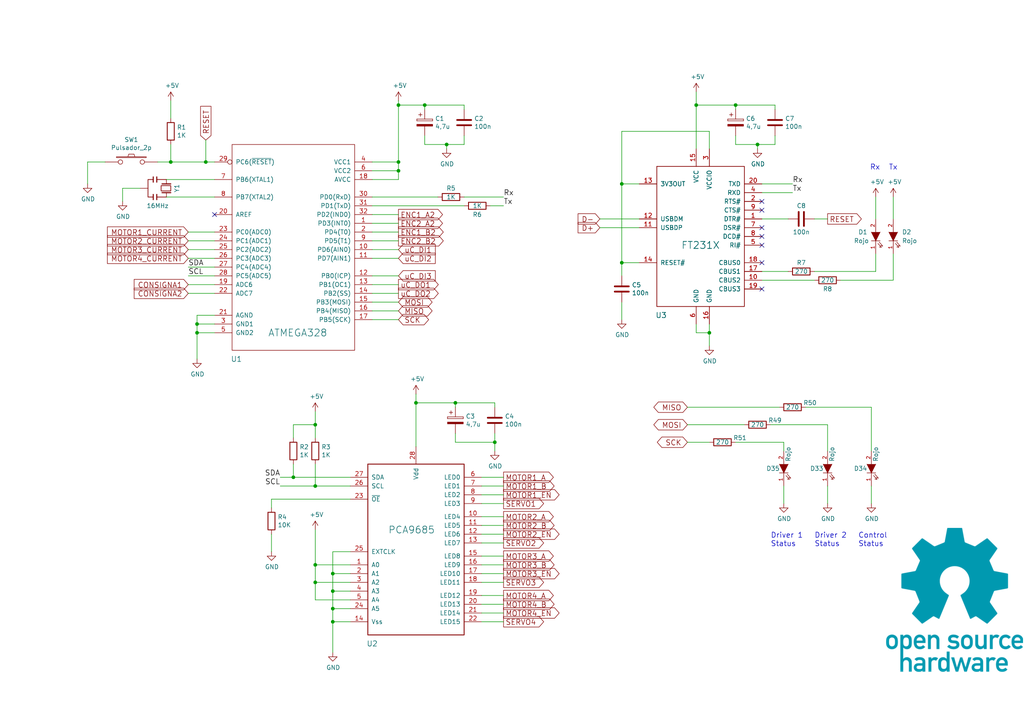
<source format=kicad_sch>
(kicad_sch (version 20231120) (generator "eeschema") (generator_version "8.0")
  (paper "A4")
  (title_block (title "Subsistema de control") (date "2016-08-18") (rev "V.0.1") (company "ATMEGA328-Motor-Board") (comment 2 "Creada por Antonio Morales") (comment 3 "Documentación en https://github.com/AntonioMR/ATMEGA328-Motor-Board") (comment 4 "ATMEGA328-Motor-Board"))
  (lib_symbols
    (symbol "ATMEGA328_Motor_Board-rescue:+5V" (power) (pin_names (offset 0))
      (property "Value" "+5V" (at 0 3.556 0))
      (symbol "+5V_0_1"
        (polyline (pts (xy -0.762 1.27) (xy 0 2.54)))
        (polyline (pts (xy 0 0) (xy 0 2.54)))
        (polyline (pts (xy 0 2.54) (xy 0.762 1.27)))
      )
      (symbol "+5V_1_1"
        (pin power_in line (at 0 0 90) (length 0) hide (name "+5V") (number "1"))
      )
    )
    (symbol "ATMEGA328_Motor_Board-rescue:ATMEGA328-RESCUE-ATMEGA328_Motor_Board" (pin_names (offset 1.016))
      (property "Reference" "U" (at 2.54 61.976 0))
      (property "Value" "ATMEGA328-RESCUE-ATMEGA328_Motor_Board" (at 17.526 2.54 0))
      (symbol "ATMEGA328-RESCUE-ATMEGA328_Motor_Board_0_1"
        (rectangle (start 0 0) (end 35.56 59.69))
      )
      (symbol "ATMEGA328-RESCUE-ATMEGA328_Motor_Board_1_1"
        (pin bidirectional line (at 40.64 36.83 180) (length 5.08) (name "PD3(INT0)") (number "1"))
        (pin bidirectional line (at 40.64 29.21 180) (length 5.08) (name "PD6(AIN0)") (number "10"))
        (pin bidirectional line (at 40.64 26.67 180) (length 5.08) (name "PD7(AIN1)") (number "11"))
        (pin bidirectional line (at 40.64 21.59 180) (length 5.08) (name "PB0(ICP)") (number "12"))
        (pin bidirectional line (at 40.64 19.05 180) (length 5.08) (name "PB1(OC1)") (number "13"))
        (pin bidirectional line (at 40.64 16.51 180) (length 5.08) (name "PB2(SS)") (number "14"))
        (pin bidirectional line (at 40.64 13.97 180) (length 5.08) (name "PB3(MOSI)") (number "15"))
        (pin bidirectional line (at 40.64 11.43 180) (length 5.08) (name "PB4(MISO)") (number "16"))
        (pin bidirectional line (at 40.64 8.89 180) (length 5.08) (name "PB5(SCK)") (number "17"))
        (pin power_in line (at 40.64 49.53 180) (length 5.08) (name "AVCC") (number "18"))
        (pin input line (at -5.08 19.05 0) (length 5.08) (name "ADC6") (number "19"))
        (pin bidirectional line (at 40.64 34.29 180) (length 5.08) (name "PD4(T0)") (number "2"))
        (pin input line (at -5.08 39.37 0) (length 5.08) (name "AREF") (number "20"))
        (pin power_in line (at -5.08 10.16 0) (length 5.08) (name "AGND") (number "21"))
        (pin input line (at -5.08 16.51 0) (length 5.08) (name "ADC7") (number "22"))
        (pin bidirectional line (at -5.08 34.29 0) (length 5.08) (name "PC0(ADC0)") (number "23"))
        (pin bidirectional line (at -5.08 31.75 0) (length 5.08) (name "PC1(ADC1)") (number "24"))
        (pin bidirectional line (at -5.08 29.21 0) (length 5.08) (name "PC2(ADC2)") (number "25"))
        (pin bidirectional line (at -5.08 26.67 0) (length 5.08) (name "PC3(ADC3)") (number "26"))
        (pin bidirectional line (at -5.08 24.13 0) (length 5.08) (name "PC4(ADC4)") (number "27"))
        (pin bidirectional line (at -5.08 21.59 0) (length 5.08) (name "PC5(ADC5)") (number "28"))
        (pin bidirectional inverted (at -5.08 54.61 0) (length 5.08) (name "PC6(~{RESET})") (number "29"))
        (pin power_in line (at -5.08 7.62 0) (length 5.08) (name "GND1") (number "3"))
        (pin bidirectional line (at 40.64 44.45 180) (length 5.08) (name "PD0(RxD)") (number "30"))
        (pin bidirectional line (at 40.64 41.91 180) (length 5.08) (name "PD1(TxD)") (number "31"))
        (pin bidirectional line (at 40.64 39.37 180) (length 5.08) (name "PD2(IND0)") (number "32"))
        (pin power_in line (at 40.64 54.61 180) (length 5.08) (name "VCC1") (number "4"))
        (pin power_in line (at -5.08 5.08 0) (length 5.08) (name "GND2") (number "5"))
        (pin power_in line (at 40.64 52.07 180) (length 5.08) (name "VCC2") (number "6"))
        (pin input line (at -5.08 49.53 0) (length 5.08) (name "PB6(XTAL1)") (number "7"))
        (pin input line (at -5.08 44.45 0) (length 5.08) (name "PB7(XTAL2)") (number "8"))
        (pin bidirectional line (at 40.64 31.75 180) (length 5.08) (name "PD5(T1)") (number "9"))
      )
    )
    (symbol "ATMEGA328_Motor_Board-rescue:C" (pin_numbers hide) (pin_names (offset 0.254))
      (property "Reference" "C" (at 0.635 2.54 0))
      (property "Value" "C" (at 0.635 -2.54 0))
      (symbol "C_0_1"
        (polyline (pts (xy -2.032 -0.762) (xy 2.032 -0.762)) (stroke (width 0.508)))
        (polyline (pts (xy -2.032 0.762) (xy 2.032 0.762)) (stroke (width 0.508)))
      )
      (symbol "C_1_1"
        (pin passive line (at 0 3.81 270) (length 2.794) (name "~") (number "1"))
        (pin passive line (at 0 -3.81 90) (length 2.794) (name "~") (number "2"))
      )
    )
    (symbol "ATMEGA328_Motor_Board-rescue:CP" (pin_numbers hide) (pin_names (offset 0.254))
      (property "Reference" "C" (at 0.635 2.54 0))
      (property "Value" "CP" (at 0.635 -2.54 0))
      (symbol "CP_0_1"
        (rectangle (start -2.286 0.508) (end -2.286 1.016))
        (rectangle (start -2.286 0.508) (end 2.286 0.508))
        (polyline (pts (xy -1.778 2.286) (xy -0.762 2.286)))
        (polyline (pts (xy -1.27 2.794) (xy -1.27 1.778)))
        (rectangle (start 2.286 -0.508) (end -2.286 -1.016) (fill (type outline)))
        (rectangle (start 2.286 1.016) (end -2.286 1.016))
        (rectangle (start 2.286 1.016) (end 2.286 0.508))
      )
      (symbol "CP_1_1"
        (pin passive line (at 0 3.81 270) (length 2.794) (name "~") (number "1"))
        (pin passive line (at 0 -3.81 90) (length 2.794) (name "~") (number "2"))
      )
    )
    (symbol "ATMEGA328_Motor_Board-rescue:Cristal" (pin_numbers hide) (pin_names (offset 1.016) hide)
      (property "Reference" "Y" (at 0 3.048 0))
      (property "Value" "Cristal" (at 7.112 -4.826 0))
      (symbol "Cristal_0_1"
        (rectangle (start -0.762 1.27) (end 0.762 -1.524) (stroke (width 0.2032)))
        (polyline (pts (xy -3.302 -3.81) (xy -1.778 -3.81)) (stroke (width 0.3048)))
        (polyline (pts (xy -3.302 -2.794) (xy -1.778 -2.794)) (stroke (width 0.3048)))
        (polyline (pts (xy -2.54 0) (xy -2.54 -2.794)) (stroke (width 0.2032)))
        (polyline (pts (xy -1.27 -1.27) (xy -1.27 1.27)) (stroke (width 0.3048)))
        (polyline (pts (xy 0 -6.35) (xy 0 -5.334)))
        (polyline (pts (xy 1.27 -1.27) (xy 1.27 1.27)) (stroke (width 0.3048)))
        (polyline (pts (xy 1.778 -3.81) (xy 3.302 -3.81)) (stroke (width 0.3048)))
        (polyline (pts (xy 1.778 -2.794) (xy 3.302 -2.794)) (stroke (width 0.3048)))
        (polyline (pts (xy 2.54 0) (xy 2.54 -2.794)) (stroke (width 0.2032)))
        (polyline (pts (xy -2.54 -3.81) (xy -2.54 -5.334) (xy 2.54 -5.334) (xy 2.54 -3.81)) (stroke (width 0.2032)))
      )
      (symbol "Cristal_1_1"
        (pin passive line (at -2.54 0 0) (length 1.27) (name "1") (number "1"))
        (pin input line (at 0 -7.62 90) (length 1.27) (name "2") (number "2"))
        (pin passive line (at 2.54 0 180) (length 1.27) (name "3") (number "3"))
      )
    )
    (symbol "ATMEGA328_Motor_Board-rescue:FT231X" (pin_names (offset 1.016))
      (property "Reference" "U" (at 2.032 42.672 0))
      (property "Value" "FT231X" (at 11.684 18.034 0))
      (symbol "FT231X_0_1"
        (rectangle (start 0 0) (end 25.4 40.64) (stroke (width 0.2032)))
      )
      (symbol "FT231X_1_1"
        (pin input line (at 30.48 25.4 180) (length 5.08) (name "DTR#") (number "1"))
        (pin input line (at 30.48 7.62 180) (length 5.08) (name "CBUS2") (number "10"))
        (pin input line (at -5.08 22.86 0) (length 5.08) (name "USBDP") (number "11"))
        (pin input line (at -5.08 25.4 0) (length 5.08) (name "USBDM") (number "12"))
        (pin input line (at -5.08 35.56 0) (length 5.08) (name "3V3OUT") (number "13"))
        (pin input line (at -5.08 12.7 0) (length 5.08) (name "RESET#") (number "14"))
        (pin input line (at 11.43 45.72 270) (length 5.08) (name "VCC") (number "15"))
        (pin input line (at 15.24 -5.08 90) (length 5.08) (name "GND") (number "16"))
        (pin input line (at 30.48 10.16 180) (length 5.08) (name "CBUS1") (number "17"))
        (pin input line (at 30.48 12.7 180) (length 5.08) (name "CBUS0") (number "18"))
        (pin input line (at 30.48 5.08 180) (length 5.08) (name "CBUS3") (number "19"))
        (pin input line (at 30.48 30.48 180) (length 5.08) (name "RTS#") (number "2"))
        (pin input line (at 30.48 35.56 180) (length 5.08) (name "TXD") (number "20"))
        (pin input line (at 15.24 45.72 270) (length 5.08) (name "VCCIO") (number "3"))
        (pin input line (at 30.48 33.02 180) (length 5.08) (name "RXD") (number "4"))
        (pin input line (at 30.48 17.78 180) (length 5.08) (name "RI#") (number "5"))
        (pin input line (at 11.43 -5.08 90) (length 5.08) (name "GND") (number "6"))
        (pin input line (at 30.48 22.86 180) (length 5.08) (name "DSR#") (number "7"))
        (pin input line (at 30.48 20.32 180) (length 5.08) (name "DCD#") (number "8"))
        (pin input line (at 30.48 27.94 180) (length 5.08) (name "CTS#") (number "9"))
      )
    )
    (symbol "ATMEGA328_Motor_Board-rescue:GND" (power) (pin_names (offset 0))
      (property "Value" "GND" (at 0 -3.81 0))
      (symbol "GND_0_1"
        (polyline (pts (xy 0 0) (xy 0 -1.27) (xy 1.27 -1.27) (xy 0 -2.54) (xy -1.27 -1.27) (xy 0 -1.27)))
      )
      (symbol "GND_1_1"
        (pin power_in line (at 0 0 270) (length 0) hide (name "GND") (number "1"))
      )
    )
    (symbol "ATMEGA328_Motor_Board-rescue:LED" (pin_names (offset 1.016) hide)
      (property "Reference" "D" (at 0 2.54 0))
      (property "Value" "LED" (at 0 -2.54 0))
      (symbol "LED_0_1"
        (polyline (pts (xy -1.27 1.27) (xy -1.27 -1.27)))
        (polyline (pts (xy -2.032 -0.635) (xy -3.175 -1.651) (xy -3.048 -1.016)))
        (polyline (pts (xy -1.651 -1.016) (xy -2.794 -2.032) (xy -2.667 -1.397)))
        (polyline (pts (xy 1.27 1.27) (xy -1.27 0) (xy 1.27 -1.27)) (fill (type outline)))
      )
      (symbol "LED_1_1"
        (pin passive line (at -5.08 0 0) (length 3.81) (name "K") (number "1"))
        (pin passive line (at 5.08 0 180) (length 3.81) (name "A") (number "2"))
      )
    )
    (symbol "ATMEGA328_Motor_Board-rescue:PCA9685" (pin_names (offset 1.016))
      (property "Reference" "U" (at 1.27 -2.54 0))
      (property "Value" "PCA9685" (at 12.7 31.75 0))
      (symbol "PCA9685_0_1"
        (rectangle (start 0 0) (end 27.94 49.53) (stroke (width 0.254)))
      )
      (symbol "PCA9685_1_1"
        (pin input line (at -5.08 20.32 0) (length 5.08) (name "A0") (number "1"))
        (pin output line (at 33.02 34.29 180) (length 5.08) (name "LED4") (number "10"))
        (pin output line (at 33.02 31.75 180) (length 5.08) (name "LED5") (number "11"))
        (pin output line (at 33.02 29.21 180) (length 5.08) (name "LED6") (number "12"))
        (pin output line (at 33.02 26.67 180) (length 5.08) (name "LED7") (number "13"))
        (pin power_in line (at -5.08 3.81 0) (length 5.08) (name "Vss") (number "14"))
        (pin output line (at 33.02 22.86 180) (length 5.08) (name "LED8") (number "15"))
        (pin output line (at 33.02 20.32 180) (length 5.08) (name "LED9") (number "16"))
        (pin output line (at 33.02 17.78 180) (length 5.08) (name "LED10") (number "17"))
        (pin output line (at 33.02 15.24 180) (length 5.08) (name "LED11") (number "18"))
        (pin output line (at 33.02 11.43 180) (length 5.08) (name "LED12") (number "19"))
        (pin input line (at -5.08 17.78 0) (length 5.08) (name "A1") (number "2"))
        (pin output line (at 33.02 8.89 180) (length 5.08) (name "LED13") (number "20"))
        (pin output line (at 33.02 6.35 180) (length 5.08) (name "LED14") (number "21"))
        (pin output line (at 33.02 3.81 180) (length 5.08) (name "LED15") (number "22"))
        (pin input line (at -5.08 39.37 0) (length 5.08) (name "~{OE}") (number "23"))
        (pin input line (at -5.08 7.62 0) (length 5.08) (name "A5") (number "24"))
        (pin input line (at -5.08 24.13 0) (length 5.08) (name "EXTCLK") (number "25"))
        (pin bidirectional line (at -5.08 43.18 0) (length 5.08) (name "SCL") (number "26"))
        (pin bidirectional line (at -5.08 45.72 0) (length 5.08) (name "SDA") (number "27"))
        (pin power_in line (at 13.97 54.61 270) (length 5.08) (name "Vdd") (number "28"))
        (pin input line (at -5.08 15.24 0) (length 5.08) (name "A2") (number "3"))
        (pin input line (at -5.08 12.7 0) (length 5.08) (name "A3") (number "4"))
        (pin input line (at -5.08 10.16 0) (length 5.08) (name "A4") (number "5"))
        (pin output line (at 33.02 45.72 180) (length 5.08) (name "LED0") (number "6"))
        (pin output line (at 33.02 43.18 180) (length 5.08) (name "LED1") (number "7"))
        (pin output line (at 33.02 40.64 180) (length 5.08) (name "LED2") (number "8"))
        (pin output line (at 33.02 38.1 180) (length 5.08) (name "LED3") (number "9"))
      )
    )
    (symbol "ATMEGA328_Motor_Board-rescue:Pulsador_2p" (pin_numbers hide) (pin_names (offset 1.016) hide)
      (property "Reference" "SW" (at 3.81 2.794 0))
      (property "Value" "Pulsador_2p" (at 0 -2.032 0))
      (symbol "Pulsador_2p_0_1"
        (rectangle (start -4.318 1.27) (end 4.318 1.524))
        (polyline (pts (xy -1.016 1.524) (xy -0.762 2.286) (xy 0.762 2.286) (xy 1.016 1.524)))
        (pin passive inverted (at -7.62 0 0) (length 5.08) (name "1") (number "1"))
        (pin passive inverted (at 7.62 0 180) (length 5.08) (name "2") (number "2"))
      )
    )
    (symbol "ATMEGA328_Motor_Board-rescue:R" (pin_numbers hide) (pin_names (offset 0))
      (property "Reference" "R" (at 2.032 0 90))
      (property "Value" "R" (at 0 0 90))
      (symbol "R_0_1"
        (rectangle (start -1.016 -2.54) (end 1.016 2.54) (stroke (width 0.254)))
      )
      (symbol "R_1_1"
        (pin passive line (at 0 3.81 270) (length 1.27) (name "~") (number "1"))
        (pin passive line (at 0 -3.81 90) (length 1.27) (name "~") (number "2"))
      )
    )
  )
  (junction (at 91.44 168.91))
  (junction (at 213.36 30.48))
  (junction (at 57.15 93.98))
  (junction (at 115.57 49.53))
  (junction (at 219.71 41.91))
  (junction (at 91.44 163.83))
  (junction (at 129.54 41.91))
  (junction (at 132.08 116.84))
  (junction (at 120.65 116.84))
  (junction (at 201.93 30.48))
  (junction (at 85.09 138.43))
  (junction (at 96.52 166.37))
  (junction (at 180.34 76.2))
  (junction (at 96.52 180.34))
  (junction (at 49.53 46.99))
  (junction (at 91.44 140.97))
  (junction (at 180.34 53.34))
  (junction (at 96.52 176.53))
  (junction (at 91.44 123.19))
  (junction (at 143.51 128.27))
  (junction (at 123.19 30.48))
  (junction (at 205.74 96.52))
  (junction (at 115.57 30.48))
  (junction (at 57.15 96.52))
  (junction (at 59.69 46.99))
  (junction (at 96.52 171.45))
  (junction (at 115.57 46.99))
  (no_connect (at 220.98 68.58))
  (no_connect (at 220.98 66.04))
  (no_connect (at 62.23 62.23))
  (no_connect (at 220.98 58.42))
  (no_connect (at 220.98 76.2))
  (no_connect (at 220.98 83.82))
  (no_connect (at 220.98 60.96))
  (no_connect (at 220.98 71.12))
  (wire (pts (xy 146.05 157.48) (xy 139.7 157.48)))
  (wire (pts (xy 57.15 93.98) (xy 57.15 96.52)))
  (wire (pts (xy 96.52 160.02) (xy 96.52 166.37)))
  (wire (pts (xy 115.57 46.99) (xy 115.57 49.53)))
  (wire (pts (xy 78.74 144.78) (xy 78.74 147.32)))
  (wire (pts (xy 91.44 140.97) (xy 91.44 134.62)))
  (wire (pts (xy 115.57 30.48) (xy 123.19 30.48)))
  (wire (pts (xy 107.95 69.85) (xy 115.57 69.85)))
  (wire (pts (xy 146.05 152.4) (xy 139.7 152.4)))
  (wire (pts (xy 85.09 134.62) (xy 85.09 138.43)))
  (wire (pts (xy 146.05 168.91) (xy 139.7 168.91)))
  (wire (pts (xy 205.74 38.1) (xy 205.74 43.18)))
  (wire (pts (xy 134.62 41.91) (xy 134.62 39.37)))
  (wire (pts (xy 199.39 123.19) (xy 215.9 123.19)))
  (wire (pts (xy 219.71 41.91) (xy 224.79 41.91)))
  (wire (pts (xy 25.4 46.99) (xy 25.4 53.34)))
  (wire (pts (xy 205.74 93.98) (xy 205.74 96.52)))
  (wire (pts (xy 54.61 82.55) (xy 62.23 82.55)))
  (wire (pts (xy 35.56 54.61) (xy 35.56 58.42)))
  (wire (pts (xy 49.53 41.91) (xy 49.53 46.99)))
  (wire (pts (xy 259.08 57.15) (xy 259.08 63.5)))
  (wire (pts (xy 96.52 171.45) (xy 101.6 171.45)))
  (wire (pts (xy 220.98 81.28) (xy 236.22 81.28)))
  (wire (pts (xy 123.19 41.91) (xy 129.54 41.91)))
  (wire (pts (xy 123.19 30.48) (xy 134.62 30.48)))
  (wire (pts (xy 54.61 80.01) (xy 62.23 80.01)))
  (wire (pts (xy 115.57 82.55) (xy 107.95 82.55)))
  (wire (pts (xy 78.74 154.94) (xy 78.74 160.02)))
  (wire (pts (xy 146.05 172.72) (xy 139.7 172.72)))
  (wire (pts (xy 107.95 49.53) (xy 115.57 49.53)))
  (wire (pts (xy 146.05 138.43) (xy 139.7 138.43)))
  (wire (pts (xy 146.05 180.34) (xy 139.7 180.34)))
  (wire (pts (xy 107.95 92.71) (xy 115.57 92.71)))
  (wire (pts (xy 220.98 63.5) (xy 228.6 63.5)))
  (wire (pts (xy 134.62 57.15) (xy 146.05 57.15)))
  (wire (pts (xy 96.52 176.53) (xy 96.52 180.34)))
  (wire (pts (xy 107.95 59.69) (xy 134.62 59.69)))
  (wire (pts (xy 48.26 57.15) (xy 62.23 57.15)))
  (wire (pts (xy 252.73 140.97) (xy 252.73 146.05)))
  (wire (pts (xy 201.93 96.52) (xy 205.74 96.52)))
  (wire (pts (xy 143.51 128.27) (xy 143.51 130.81)))
  (wire (pts (xy 236.22 78.74) (xy 254 78.74)))
  (wire (pts (xy 49.53 29.21) (xy 49.53 34.29)))
  (wire (pts (xy 101.6 166.37) (xy 96.52 166.37)))
  (wire (pts (xy 132.08 125.73) (xy 132.08 128.27)))
  (wire (pts (xy 85.09 127) (xy 85.09 123.19)))
  (wire (pts (xy 224.79 30.48) (xy 224.79 31.75)))
  (wire (pts (xy 219.71 43.18) (xy 219.71 41.91)))
  (wire (pts (xy 146.05 146.05) (xy 139.7 146.05)))
  (wire (pts (xy 123.19 39.37) (xy 123.19 41.91)))
  (wire (pts (xy 120.65 116.84) (xy 132.08 116.84)))
  (wire (pts (xy 213.36 39.37) (xy 213.36 41.91)))
  (wire (pts (xy 120.65 114.3) (xy 120.65 116.84)))
  (wire (pts (xy 180.34 87.63) (xy 180.34 92.71)))
  (wire (pts (xy 213.36 41.91) (xy 219.71 41.91)))
  (wire (pts (xy 54.61 77.47) (xy 62.23 77.47)))
  (wire (pts (xy 205.74 96.52) (xy 205.74 100.33)))
  (wire (pts (xy 132.08 116.84) (xy 143.51 116.84)))
  (wire (pts (xy 59.69 46.99) (xy 62.23 46.99)))
  (wire (pts (xy 213.36 31.75) (xy 213.36 30.48)))
  (wire (pts (xy 146.05 161.29) (xy 139.7 161.29)))
  (wire (pts (xy 91.44 173.99) (xy 101.6 173.99)))
  (wire (pts (xy 91.44 123.19) (xy 91.44 127)))
  (wire (pts (xy 91.44 168.91) (xy 91.44 163.83)))
  (wire (pts (xy 54.61 85.09) (xy 62.23 85.09)))
  (wire (pts (xy 233.68 118.11) (xy 252.73 118.11)))
  (wire (pts (xy 143.51 125.73) (xy 143.51 128.27)))
  (wire (pts (xy 146.05 154.94) (xy 139.7 154.94)))
  (wire (pts (xy 49.53 46.99) (xy 59.69 46.99)))
  (wire (pts (xy 81.28 138.43) (xy 85.09 138.43)))
  (wire (pts (xy 180.34 53.34) (xy 180.34 76.2)))
  (wire (pts (xy 213.36 30.48) (xy 224.79 30.48)))
  (wire (pts (xy 146.05 163.83) (xy 139.7 163.83)))
  (wire (pts (xy 254 57.15) (xy 254 63.5)))
  (wire (pts (xy 107.95 87.63) (xy 115.57 87.63)))
  (wire (pts (xy 123.19 31.75) (xy 123.19 30.48)))
  (wire (pts (xy 54.61 69.85) (xy 62.23 69.85)))
  (wire (pts (xy 146.05 149.86) (xy 139.7 149.86)))
  (wire (pts (xy 180.34 76.2) (xy 185.42 76.2)))
  (wire (pts (xy 201.93 30.48) (xy 213.36 30.48)))
  (wire (pts (xy 96.52 171.45) (xy 96.52 176.53)))
  (wire (pts (xy 115.57 52.07) (xy 107.95 52.07)))
  (wire (pts (xy 180.34 53.34) (xy 185.42 53.34)))
  (wire (pts (xy 129.54 41.91) (xy 134.62 41.91)))
  (wire (pts (xy 115.57 67.31) (xy 107.95 67.31)))
  (wire (pts (xy 129.54 43.18) (xy 129.54 41.91)))
  (wire (pts (xy 201.93 30.48) (xy 201.93 43.18)))
  (wire (pts (xy 59.69 46.99) (xy 59.69 40.64)))
  (wire (pts (xy 223.52 123.19) (xy 240.03 123.19)))
  (wire (pts (xy 91.44 163.83) (xy 91.44 153.67)))
  (wire (pts (xy 115.57 30.48) (xy 115.57 46.99)))
  (wire (pts (xy 252.73 118.11) (xy 252.73 130.81)))
  (wire (pts (xy 224.79 41.91) (xy 224.79 39.37)))
  (wire (pts (xy 127 57.15) (xy 107.95 57.15)))
  (wire (pts (xy 240.03 123.19) (xy 240.03 130.81)))
  (wire (pts (xy 115.57 29.21) (xy 115.57 30.48)))
  (wire (pts (xy 54.61 72.39) (xy 62.23 72.39)))
  (wire (pts (xy 142.24 59.69) (xy 146.05 59.69)))
  (wire (pts (xy 259.08 81.28) (xy 243.84 81.28)))
  (wire (pts (xy 146.05 175.26) (xy 139.7 175.26)))
  (wire (pts (xy 62.23 91.44) (xy 57.15 91.44)))
  (wire (pts (xy 120.65 116.84) (xy 120.65 129.54)))
  (wire (pts (xy 259.08 73.66) (xy 259.08 81.28)))
  (wire (pts (xy 143.51 116.84) (xy 143.51 118.11)))
  (wire (pts (xy 227.33 140.97) (xy 227.33 146.05)))
  (wire (pts (xy 57.15 91.44) (xy 57.15 93.98)))
  (wire (pts (xy 62.23 67.31) (xy 54.61 67.31)))
  (wire (pts (xy 205.74 38.1) (xy 180.34 38.1)))
  (wire (pts (xy 96.52 180.34) (xy 96.52 189.23)))
  (wire (pts (xy 107.95 80.01) (xy 115.57 80.01)))
  (wire (pts (xy 199.39 118.11) (xy 226.06 118.11)))
  (wire (pts (xy 57.15 96.52) (xy 57.15 104.14)))
  (wire (pts (xy 132.08 128.27) (xy 143.51 128.27)))
  (wire (pts (xy 227.33 128.27) (xy 213.36 128.27)))
  (wire (pts (xy 240.03 140.97) (xy 240.03 146.05)))
  (wire (pts (xy 115.57 46.99) (xy 107.95 46.99)))
  (wire (pts (xy 91.44 140.97) (xy 101.6 140.97)))
  (wire (pts (xy 107.95 85.09) (xy 115.57 85.09)))
  (wire (pts (xy 91.44 119.38) (xy 91.44 123.19)))
  (wire (pts (xy 201.93 93.98) (xy 201.93 96.52)))
  (wire (pts (xy 107.95 64.77) (xy 115.57 64.77)))
  (wire (pts (xy 201.93 26.67) (xy 201.93 30.48)))
  (wire (pts (xy 107.95 62.23) (xy 115.57 62.23)))
  (wire (pts (xy 30.48 46.99) (xy 25.4 46.99)))
  (wire (pts (xy 62.23 93.98) (xy 57.15 93.98)))
  (wire (pts (xy 54.61 74.93) (xy 62.23 74.93)))
  (wire (pts (xy 81.28 140.97) (xy 91.44 140.97)))
  (wire (pts (xy 96.52 180.34) (xy 101.6 180.34)))
  (wire (pts (xy 115.57 74.93) (xy 107.95 74.93)))
  (wire (pts (xy 146.05 143.51) (xy 139.7 143.51)))
  (wire (pts (xy 220.98 55.88) (xy 229.87 55.88)))
  (wire (pts (xy 227.33 130.81) (xy 227.33 128.27)))
  (wire (pts (xy 85.09 123.19) (xy 91.44 123.19)))
  (wire (pts (xy 236.22 63.5) (xy 240.03 63.5)))
  (wire (pts (xy 101.6 176.53) (xy 96.52 176.53)))
  (wire (pts (xy 48.26 52.07) (xy 62.23 52.07)))
  (wire (pts (xy 45.72 46.99) (xy 49.53 46.99)))
  (wire (pts (xy 134.62 30.48) (xy 134.62 31.75)))
  (wire (pts (xy 146.05 166.37) (xy 139.7 166.37)))
  (wire (pts (xy 180.34 76.2) (xy 180.34 80.01)))
  (wire (pts (xy 185.42 63.5) (xy 173.99 63.5)))
  (wire (pts (xy 185.42 66.04) (xy 173.99 66.04)))
  (wire (pts (xy 228.6 78.74) (xy 220.98 78.74)))
  (wire (pts (xy 91.44 163.83) (xy 101.6 163.83)))
  (wire (pts (xy 57.15 96.52) (xy 62.23 96.52)))
  (wire (pts (xy 91.44 173.99) (xy 91.44 168.91)))
  (wire (pts (xy 40.64 54.61) (xy 35.56 54.61)))
  (wire (pts (xy 107.95 72.39) (xy 115.57 72.39)))
  (wire (pts (xy 96.52 166.37) (xy 96.52 171.45)))
  (wire (pts (xy 254 78.74) (xy 254 73.66)))
  (wire (pts (xy 85.09 138.43) (xy 101.6 138.43)))
  (wire (pts (xy 146.05 177.8) (xy 139.7 177.8)))
  (wire (pts (xy 205.74 128.27) (xy 199.39 128.27)))
  (wire (pts (xy 91.44 168.91) (xy 101.6 168.91)))
  (wire (pts (xy 101.6 160.02) (xy 96.52 160.02)))
  (wire (pts (xy 78.74 144.78) (xy 101.6 144.78)))
  (wire (pts (xy 107.95 90.17) (xy 115.57 90.17)))
  (wire (pts (xy 115.57 49.53) (xy 115.57 52.07)))
  (wire (pts (xy 180.34 38.1) (xy 180.34 53.34)))
  (wire (pts (xy 132.08 118.11) (xy 132.08 116.84)))
  (wire (pts (xy 146.05 140.97) (xy 139.7 140.97)))
  (wire (pts (xy 220.98 53.34) (xy 229.87 53.34)))
  (image (at 276.86 173.99) (scale 1.32))
  (text "Driver 2 \nStatus" (at 236.22 158.75 0) (effects (font (size 1.524 1.524)) (justify left bottom)))
  (text "Driver 1 \nStatus" (at 223.52 158.75 0) (effects (font (size 1.524 1.524)) (justify left bottom)))
  (text "Control \nStatus" (at 248.92 158.75 0) (effects (font (size 1.524 1.524)) (justify left bottom)))
  (text "Tx" (at 260.35 49.53 0) (effects (font (size 1.524 1.524)) (justify right bottom)))
  (text "Rx" (at 255.27 49.53 0) (effects (font (size 1.524 1.524)) (justify right bottom)))
  (label "Tx" (at 146.05 59.69 0) (effects (font (size 1.524 1.524))))
  (label "SCL" (at 81.28 140.97 180) (effects (font (size 1.524 1.524))))
  (label "Tx" (at 229.87 55.88 0) (effects (font (size 1.524 1.524))))
  (label "Rx" (at 229.87 53.34 0) (effects (font (size 1.524 1.524))))
  (label "SCL" (at 54.61 80.01 0) (effects (font (size 1.524 1.524))))
  (label "SDA" (at 81.28 138.43 180) (effects (font (size 1.524 1.524))))
  (label "Rx" (at 146.05 57.15 0) (effects (font (size 1.524 1.524))))
  (label "SDA" (at 54.61 77.47 0) (effects (font (size 1.524 1.524))))
  (global_label "MOTOR3_EN" (shape output) (at 146.05 166.37 0) (effects (font (size 1.524 1.524))) (property "Intersheetrefs" "${INTERSHEET_REFS}" (effects (hide yes))))
  (global_label "MOTOR4_A" (shape output) (at 146.05 172.72 0) (effects (font (size 1.524 1.524))) (property "Intersheetrefs" "${INTERSHEET_REFS}" (effects (hide yes))))
  (global_label "MOTOR2_A" (shape output) (at 146.05 149.86 0) (effects (font (size 1.524 1.524))) (property "Intersheetrefs" "${INTERSHEET_REFS}" (effects (hide yes))))
  (global_label "MOTOR2_B" (shape output) (at 146.05 152.4 0) (effects (font (size 1.524 1.524))) (property "Intersheetrefs" "${INTERSHEET_REFS}" (effects (hide yes))))
  (global_label "ENC1_B2" (shape output) (at 115.57 67.31 0) (effects (font (size 1.524 1.524))) (property "Intersheetrefs" "${INTERSHEET_REFS}" (effects (hide yes))))
  (global_label "SERVO1" (shape output) (at 146.05 146.05 0) (effects (font (size 1.524 1.524))) (property "Intersheetrefs" "${INTERSHEET_REFS}" (effects (hide yes))))
  (global_label "MOSI" (shape bidirectional) (at 115.57 87.63 0) (effects (font (size 1.524 1.524))) (property "Intersheetrefs" "${INTERSHEET_REFS}" (effects (hide yes))))
  (global_label "SERVO4" (shape output) (at 146.05 180.34 0) (effects (font (size 1.524 1.524))) (property "Intersheetrefs" "${INTERSHEET_REFS}" (effects (hide yes))))
  (global_label "uC_DI2" (shape input) (at 115.57 74.93 0) (effects (font (size 1.524 1.524))) (property "Intersheetrefs" "${INTERSHEET_REFS}" (effects (hide yes))))
  (global_label "uC_DO2" (shape output) (at 115.57 85.09 0) (effects (font (size 1.524 1.524))) (property "Intersheetrefs" "${INTERSHEET_REFS}" (effects (hide yes))))
  (global_label "MOTOR2_EN" (shape output) (at 146.05 154.94 0) (effects (font (size 1.524 1.524))) (property "Intersheetrefs" "${INTERSHEET_REFS}" (effects (hide yes))))
  (global_label "SCK" (shape bidirectional) (at 115.57 92.71 0) (effects (font (size 1.524 1.524))) (property "Intersheetrefs" "${INTERSHEET_REFS}" (effects (hide yes))))
  (global_label "uC_DO1" (shape output) (at 115.57 82.55 0) (effects (font (size 1.524 1.524))) (property "Intersheetrefs" "${INTERSHEET_REFS}" (effects (hide yes))))
  (global_label "MOTOR4_EN" (shape output) (at 146.05 177.8 0) (effects (font (size 1.524 1.524))) (property "Intersheetrefs" "${INTERSHEET_REFS}" (effects (hide yes))))
  (global_label "MOTOR1_A" (shape output) (at 146.05 138.43 0) (effects (font (size 1.524 1.524))) (property "Intersheetrefs" "${INTERSHEET_REFS}" (effects (hide yes))))
  (global_label "MOTOR1_B" (shape output) (at 146.05 140.97 0) (effects (font (size 1.524 1.524))) (property "Intersheetrefs" "${INTERSHEET_REFS}" (effects (hide yes))))
  (global_label "ENC2_A2" (shape output) (at 115.57 64.77 0) (effects (font (size 1.524 1.524))) (property "Intersheetrefs" "${INTERSHEET_REFS}" (effects (hide yes))))
  (global_label "MOTOR4_CURRENT" (shape input) (at 54.61 74.93 180) (effects (font (size 1.524 1.524))) (property "Intersheetrefs" "${INTERSHEET_REFS}" (effects (hide yes))))
  (global_label "D-" (shape input) (at 173.99 63.5 180) (effects (font (size 1.524 1.524))) (property "Intersheetrefs" "${INTERSHEET_REFS}" (effects (hide yes))))
  (global_label "SCK" (shape bidirectional) (at 199.39 128.27 180) (effects (font (size 1.524 1.524))) (property "Intersheetrefs" "${INTERSHEET_REFS}" (effects (hide yes))))
  (global_label "CONSIGNA2" (shape input) (at 54.61 85.09 180) (effects (font (size 1.524 1.524))) (property "Intersheetrefs" "${INTERSHEET_REFS}" (effects (hide yes))))
  (global_label "MOTOR1_EN" (shape output) (at 146.05 143.51 0) (effects (font (size 1.524 1.524))) (property "Intersheetrefs" "${INTERSHEET_REFS}" (effects (hide yes))))
  (global_label "MOTOR2_CURRENT" (shape input) (at 54.61 69.85 180) (effects (font (size 1.524 1.524))) (property "Intersheetrefs" "${INTERSHEET_REFS}" (effects (hide yes))))
  (global_label "MOTOR3_A" (shape output) (at 146.05 161.29 0) (effects (font (size 1.524 1.524))) (property "Intersheetrefs" "${INTERSHEET_REFS}" (effects (hide yes))))
  (global_label "MISO" (shape bidirectional) (at 199.39 118.11 180) (effects (font (size 1.524 1.524))) (property "Intersheetrefs" "${INTERSHEET_REFS}" (effects (hide yes))))
  (global_label "SERVO3" (shape output) (at 146.05 168.91 0) (effects (font (size 1.524 1.524))) (property "Intersheetrefs" "${INTERSHEET_REFS}" (effects (hide yes))))
  (global_label "MOTOR1_CURRENT" (shape input) (at 54.61 67.31 180) (effects (font (size 1.524 1.524))) (property "Intersheetrefs" "${INTERSHEET_REFS}" (effects (hide yes))))
  (global_label "SERVO2" (shape output) (at 146.05 157.48 0) (effects (font (size 1.524 1.524))) (property "Intersheetrefs" "${INTERSHEET_REFS}" (effects (hide yes))))
  (global_label "uC_DI3" (shape input) (at 115.57 80.01 0) (effects (font (size 1.524 1.524))) (property "Intersheetrefs" "${INTERSHEET_REFS}" (effects (hide yes))))
  (global_label "uC_DI1" (shape input) (at 115.57 72.39 0) (effects (font (size 1.524 1.524))) (property "Intersheetrefs" "${INTERSHEET_REFS}" (effects (hide yes))))
  (global_label "ENC1_A2" (shape output) (at 115.57 62.23 0) (effects (font (size 1.524 1.524))) (property "Intersheetrefs" "${INTERSHEET_REFS}" (effects (hide yes))))
  (global_label "MISO" (shape bidirectional) (at 115.57 90.17 0) (effects (font (size 1.524 1.524))) (property "Intersheetrefs" "${INTERSHEET_REFS}" (effects (hide yes))))
  (global_label "RESET" (shape output) (at 240.03 63.5 0) (effects (font (size 1.524 1.524))) (property "Intersheetrefs" "${INTERSHEET_REFS}" (effects (hide yes))))
  (global_label "D+" (shape input) (at 173.99 66.04 180) (effects (font (size 1.524 1.524))) (property "Intersheetrefs" "${INTERSHEET_REFS}" (effects (hide yes))))
  (global_label "MOTOR3_B" (shape output) (at 146.05 163.83 0) (effects (font (size 1.524 1.524))) (property "Intersheetrefs" "${INTERSHEET_REFS}" (effects (hide yes))))
  (global_label "RESET" (shape input) (at 59.69 40.64 90) (effects (font (size 1.524 1.524))) (property "Intersheetrefs" "${INTERSHEET_REFS}" (effects (hide yes))))
  (global_label "MOTOR3_CURRENT" (shape input) (at 54.61 72.39 180) (effects (font (size 1.524 1.524))) (property "Intersheetrefs" "${INTERSHEET_REFS}" (effects (hide yes))))
  (global_label "MOSI" (shape bidirectional) (at 199.39 123.19 180) (effects (font (size 1.524 1.524))) (property "Intersheetrefs" "${INTERSHEET_REFS}" (effects (hide yes))))
  (global_label "CONSIGNA1" (shape input) (at 54.61 82.55 180) (effects (font (size 1.524 1.524))) (property "Intersheetrefs" "${INTERSHEET_REFS}" (effects (hide yes))))
  (global_label "ENC2_B2" (shape output) (at 115.57 69.85 0) (effects (font (size 1.524 1.524))) (property "Intersheetrefs" "${INTERSHEET_REFS}" (effects (hide yes))))
  (global_label "MOTOR4_B" (shape output) (at 146.05 175.26 0) (effects (font (size 1.524 1.524))) (property "Intersheetrefs" "${INTERSHEET_REFS}" (effects (hide yes))))
  (symbol (lib_id "ATMEGA328_Motor_Board-rescue:ATMEGA328-RESCUE-ATMEGA328_Motor_Board") (at 67.31 101.6 0) (unit 1)
    (property "Reference" "U1" (at 68.58 104.14 0) (effects (font (size 1.524 1.524))))
    (property "Value" "ATMEGA328" (at 86.36 96.52 0) (effects (font (size 2.032 2.032))))
    (property "Footprint" "Housings_QFP:TQFP-32_7x7mm_Pitch0.8mm" (effects (hide yes)))
    (property "Fabricante" "atmel" (effects (hide yes)))
    (property "Ref" "ATMEGA328P-AU" (effects (hide yes)))
    (property "Provedor" "tme" (effects (hide yes)))
    (property "Ref_Proveedor" "ATMEGA328P-AU" (effects (hide yes)))
  )
  (symbol (lib_id "ATMEGA328_Motor_Board-rescue:FT231X") (at 190.5 88.9 0) (unit 1)
    (property "Reference" "U3" (at 191.77 91.44 0) (effects (font (size 1.524 1.524))))
    (property "Value" "FT231X" (at 203.2 71.12 0) (effects (font (size 2.032 2.032))))
    (property "Footprint" "Housings_SSOP:SSOP-20_4.4x6.5mm_Pitch0.65mm" (effects (hide yes)))
    (property "Fabricante" "ftdi" (effects (hide yes)))
    (property "Ref" "FT231XS-R" (effects (hide yes)))
    (property "Provedor" "tme" (effects (hide yes)))
    (property "Ref_Proveedor" "FT231XS-R" (effects (hide yes)))
  )
  (symbol (lib_id "ATMEGA328_Motor_Board-rescue:Cristal") (at 48.26 54.61 270) (unit 1)
    (property "Reference" "Y1" (at 51.308 54.61 0))
    (property "Value" "16MHz" (at 45.72 59.69 90))
    (property "Footprint" "Cristal:Murata_CSTCE_V_A" (effects (hide yes)))
    (property "Fabricante" "Murata" (effects (hide yes)))
    (property "Ref" "CSTCE16M0V53-R0" (effects (hide yes)))
    (property "Proveedor" "rs" (effects (hide yes)))
    (property "Ref. Proveedor" "792-6524" (effects (hide yes)))
  )
  (symbol (lib_id "ATMEGA328_Motor_Board-rescue:R") (at 49.53 38.1 0) (unit 1)
    (property "Reference" "R1" (at 51.308 36.9316 0) (effects (justify left)))
    (property "Value" "1K" (at 51.308 39.243 0) (effects (justify left)))
    (property "Footprint" "Resistors_SMD:R_0805" (effects (hide yes)))
    (property "Fabricante" "VISHAY" (effects (hide yes)))
    (property "Ref" "CRCW08051K00FKEA" (effects (hide yes)))
    (property "Provedor" "tme" (effects (hide yes)))
    (property "Ref_Proveedor" "CRCW08051K00FKEA" (effects (hide yes)))
  )
  (symbol (lib_id "ATMEGA328_Motor_Board-rescue:R") (at 130.81 57.15 270) (unit 1)
    (property "Reference" "R5" (at 130.81 54.61 90))
    (property "Value" "1K" (at 130.81 57.15 90))
    (property "Footprint" "Resistors_SMD:R_0805" (effects (hide yes)))
    (property "Fabricante" "VISHAY" (effects (hide yes)))
    (property "Ref" "CRCW08051K00FKEA" (effects (hide yes)))
    (property "Provedor" "tme" (effects (hide yes)))
    (property "Ref_Proveedor" "CRCW08051K00FKEA" (effects (hide yes)))
  )
  (symbol (lib_id "ATMEGA328_Motor_Board-rescue:R") (at 138.43 59.69 270) (unit 1)
    (property "Reference" "R6" (at 138.43 62.23 90))
    (property "Value" "1K" (at 138.43 59.69 90))
    (property "Footprint" "Resistors_SMD:R_0805" (effects (hide yes)))
    (property "Fabricante" "VISHAY" (effects (hide yes)))
    (property "Ref" "CRCW08051K00FKEA" (effects (hide yes)))
    (property "Provedor" "tme" (effects (hide yes)))
    (property "Ref_Proveedor" "CRCW08051K00FKEA" (effects (hide yes)))
  )
  (symbol (lib_id "ATMEGA328_Motor_Board-rescue:+5V") (at 115.57 29.21 0) (unit 1)
    (property "Reference" "#PWR01" (effects (hide yes)))
    (property "Value" "+5V" (at 115.951 24.8158 0))
  )
  (symbol (lib_id "ATMEGA328_Motor_Board-rescue:C") (at 134.62 35.56 0) (unit 1)
    (property "Reference" "C2" (at 137.541 34.3916 0) (effects (justify left)))
    (property "Value" "100n" (at 137.541 36.703 0) (effects (justify left)))
    (property "Footprint" "Capacitors_SMD:C_0805" (effects (hide yes)))
    (property "Fabricante" "avx" (effects (hide yes)))
    (property "Ref" "08055C104K4T2A" (effects (hide yes)))
    (property "Provedor" "tme" (effects (hide yes)))
    (property "Ref_Proveedor" "08055C104K4T2A" (effects (hide yes)))
  )
  (symbol (lib_id "ATMEGA328_Motor_Board-rescue:GND") (at 129.54 43.18 0) (unit 1)
    (property "Reference" "#PWR02" (effects (hide yes)))
    (property "Value" "GND" (at 129.667 47.5742 0))
  )
  (symbol (lib_id "ATMEGA328_Motor_Board-rescue:GND") (at 205.74 100.33 0) (unit 1)
    (property "Reference" "#PWR03" (effects (hide yes)))
    (property "Value" "GND" (at 205.867 104.7242 0))
  )
  (symbol (lib_id "ATMEGA328_Motor_Board-rescue:C") (at 232.41 63.5 270) (unit 1)
    (property "Reference" "C8" (at 232.41 59.69 90))
    (property "Value" "100n" (at 232.41 67.31 90))
    (property "Footprint" "Capacitors_SMD:C_0805" (effects (hide yes)))
    (property "Fabricante" "VISHAY" (effects (hide yes)))
    (property "Ref" "CRCW08051K00FKEA" (effects (hide yes)))
    (property "Provedor" "tme" (effects (hide yes)))
    (property "Ref_Proveedor" "CRCW08051K00FKEA" (effects (hide yes)))
  )
  (symbol (lib_id "ATMEGA328_Motor_Board-rescue:GND") (at 57.15 104.14 0) (unit 1)
    (property "Reference" "#PWR04" (effects (hide yes)))
    (property "Value" "GND" (at 57.277 108.5342 0))
  )
  (symbol (lib_id "ATMEGA328_Motor_Board-rescue:GND") (at 35.56 58.42 0) (unit 1)
    (property "Reference" "#PWR05" (effects (hide yes)))
    (property "Value" "GND" (at 35.687 62.8142 0))
  )
  (symbol (lib_id "ATMEGA328_Motor_Board-rescue:+5V") (at 49.53 29.21 0) (unit 1)
    (property "Reference" "#PWR06" (effects (hide yes)))
    (property "Value" "+5V" (at 49.911 24.8158 0))
  )
  (symbol (lib_id "ATMEGA328_Motor_Board-rescue:+5V") (at 201.93 26.67 0) (unit 1)
    (property "Reference" "#PWR07" (effects (hide yes)))
    (property "Value" "+5V" (at 202.311 22.2758 0))
  )
  (symbol (lib_id "ATMEGA328_Motor_Board-rescue:R") (at 232.41 78.74 270) (unit 1)
    (property "Reference" "R7" (at 232.41 76.2 90))
    (property "Value" "270" (at 232.41 78.74 90))
    (property "Footprint" "Resistors_SMD:R_0805" (effects (hide yes)))
    (property "Fabricante" "vishay" (effects (hide yes)))
    (property "Ref" "CRCW0805270RFKTABC" (effects (hide yes)))
    (property "Provedor" "tme" (effects (hide yes)))
    (property "Ref_Proveedor" "CRCW0805270RFKTABC" (effects (hide yes)))
  )
  (symbol (lib_id "ATMEGA328_Motor_Board-rescue:R") (at 240.03 81.28 90) (unit 1)
    (property "Reference" "R8" (at 240.03 83.82 90))
    (property "Value" "270" (at 240.03 81.28 90))
    (property "Footprint" "Resistors_SMD:R_0805" (effects (hide yes)))
    (property "Fabricante" "vishay" (effects (hide yes)))
    (property "Ref" "CRCW0805270RFKTABC" (effects (hide yes)))
    (property "Provedor" "tme" (effects (hide yes)))
    (property "Ref_Proveedor" "CRCW0805270RFKTABC" (effects (hide yes)))
  )
  (symbol (lib_id "ATMEGA328_Motor_Board-rescue:LED") (at 254 68.58 90) (unit 1)
    (property "Reference" "D1" (at 248.92 67.31 90) (effects (justify right)))
    (property "Value" "Rojo" (at 247.65 69.85 90) (effects (justify right)))
    (property "Footprint" "Leds:LED_0805" (effects (hide yes)))
    (property "Fabricante" "KINGBRIGHT ELECTRONIC" (effects (hide yes)))
    (property "Ref" "KP-2012EC" (effects (hide yes)))
    (property "Provedor" "tme" (effects (hide yes)))
    (property "Ref_Proveedor" "KP-2012EC" (effects (hide yes)))
  )
  (symbol (lib_id "ATMEGA328_Motor_Board-rescue:LED") (at 259.08 68.58 90) (unit 1)
    (property "Reference" "D2" (at 261.62 67.31 90) (effects (justify right)))
    (property "Value" "Rojo" (at 261.62 69.85 90) (effects (justify right)))
    (property "Footprint" "Leds:LED_0805" (effects (hide yes)))
    (property "Fabricante" "KINGBRIGHT ELECTRONIC" (effects (hide yes)))
    (property "Ref" "KP-2012EC" (effects (hide yes)))
    (property "Provedor" "tme" (effects (hide yes)))
    (property "Ref_Proveedor" "KP-2012EC" (effects (hide yes)))
  )
  (symbol (lib_id "ATMEGA328_Motor_Board-rescue:+5V") (at 254 57.15 0) (unit 1)
    (property "Reference" "#PWR08" (effects (hide yes)))
    (property "Value" "+5V" (at 254.381 52.7558 0))
  )
  (symbol (lib_id "ATMEGA328_Motor_Board-rescue:+5V") (at 259.08 57.15 0) (unit 1)
    (property "Reference" "#PWR09" (effects (hide yes)))
    (property "Value" "+5V" (at 259.461 52.7558 0))
  )
  (symbol (lib_id "ATMEGA328_Motor_Board-rescue:C") (at 224.79 35.56 0) (unit 1)
    (property "Reference" "C7" (at 227.711 34.3916 0) (effects (justify left)))
    (property "Value" "100n" (at 227.711 36.703 0) (effects (justify left)))
    (property "Footprint" "Capacitors_SMD:C_0805" (effects (hide yes)))
    (property "Fabricante" "VISHAY" (effects (hide yes)))
    (property "Ref" "CRCW08051K00FKEA" (effects (hide yes)))
    (property "Provedor" "tme" (effects (hide yes)))
    (property "Ref_Proveedor" "CRCW08051K00FKEA" (effects (hide yes)))
  )
  (symbol (lib_id "ATMEGA328_Motor_Board-rescue:GND") (at 219.71 43.18 0) (unit 1)
    (property "Reference" "#PWR010" (effects (hide yes)))
    (property "Value" "GND" (at 219.837 47.5742 0))
  )
  (symbol (lib_id "ATMEGA328_Motor_Board-rescue:C") (at 180.34 83.82 0) (unit 1)
    (property "Reference" "C5" (at 183.261 82.6516 0) (effects (justify left)))
    (property "Value" "100n" (at 183.261 84.963 0) (effects (justify left)))
    (property "Footprint" "Capacitors_SMD:C_0805" (effects (hide yes)))
    (property "Fabricante" "VISHAY" (effects (hide yes)))
    (property "Ref" "CRCW08051K00FKEA" (effects (hide yes)))
    (property "Provedor" "tme" (effects (hide yes)))
    (property "Ref_Proveedor" "CRCW08051K00FKEA" (effects (hide yes)))
  )
  (symbol (lib_id "ATMEGA328_Motor_Board-rescue:GND") (at 180.34 92.71 0) (unit 1)
    (property "Reference" "#PWR011" (effects (hide yes)))
    (property "Value" "GND" (at 180.467 97.1042 0))
  )
  (symbol (lib_id "ATMEGA328_Motor_Board-rescue:PCA9685") (at 106.68 184.15 0) (unit 1)
    (property "Reference" "U2" (at 107.95 186.69 0) (effects (font (size 1.524 1.524))))
    (property "Value" "PCA9685" (at 119.38 153.67 0) (effects (font (size 2.0066 2.0066))))
    (property "Footprint" "Housings_SSOP:TSSOP-28_4.4x9.7mm_Pitch0.65mm" (effects (hide yes)))
  )
  (symbol (lib_id "ATMEGA328_Motor_Board-rescue:CP") (at 123.19 35.56 0) (unit 1)
    (property "Reference" "C1" (at 126.1872 34.3916 0) (effects (justify left)))
    (property "Value" "4,7u" (at 126.1872 36.703 0) (effects (justify left)))
    (property "Footprint" "Condensadores:TantalC_SizeC_EIA-6032_Wave" (effects (hide yes)))
    (property "Fabricante" "avx" (effects (hide yes)))
    (property "Ref" "TAJC475K050RNJ" (effects (hide yes)))
    (property "Provedor" "tme" (effects (hide yes)))
    (property "Ref_Proveedor" "TAJC475K050R" (effects (hide yes)))
  )
  (symbol (lib_id "ATMEGA328_Motor_Board-rescue:CP") (at 213.36 35.56 0) (unit 1)
    (property "Reference" "C6" (at 216.3572 34.3916 0) (effects (justify left)))
    (property "Value" "4,7u" (at 216.3572 36.703 0) (effects (justify left)))
    (property "Footprint" "Condensadores:TantalC_SizeC_EIA-6032_Wave" (effects (hide yes)))
    (property "Fabricante" "avx" (effects (hide yes)))
    (property "Ref" "TAJC475K050R" (effects (hide yes)))
    (property "Provedor" "tme" (effects (hide yes)))
    (property "Ref_Proveedor" "TAJC475K050RNJ" (effects (hide yes)))
  )
  (symbol (lib_id "ATMEGA328_Motor_Board-rescue:CP") (at 132.08 121.92 0) (unit 1)
    (property "Reference" "C3" (at 135.0772 120.7516 0) (effects (justify left)))
    (property "Value" "4,7u" (at 135.0772 123.063 0) (effects (justify left)))
    (property "Footprint" "Condensadores:TantalC_SizeC_EIA-6032_Wave" (effects (hide yes)))
    (property "Fabricante" "avx" (effects (hide yes)))
    (property "Ref" "TAJC475K050RNJ" (effects (hide yes)))
    (property "Provedor" "tme" (effects (hide yes)))
    (property "Ref_Proveedor" "TAJC475K050R" (effects (hide yes)))
  )
  (symbol (lib_id "ATMEGA328_Motor_Board-rescue:GND") (at 96.52 189.23 0) (unit 1)
    (property "Reference" "#PWR012" (effects (hide yes)))
    (property "Value" "GND" (at 96.647 193.6242 0))
  )
  (symbol (lib_id "ATMEGA328_Motor_Board-rescue:R") (at 85.09 130.81 0) (unit 1)
    (property "Reference" "R2" (at 86.868 129.6416 0) (effects (justify left)))
    (property "Value" "1K" (at 86.868 131.953 0) (effects (justify left)))
    (property "Footprint" "Resistors_SMD:R_0805" (effects (hide yes)))
    (property "Fabricante" "VISHAY" (effects (hide yes)))
    (property "Ref" "CRCW08051K00FKEA" (effects (hide yes)))
    (property "Provedor" "tme" (effects (hide yes)))
    (property "Ref_Proveedor" "CRCW08051K00FKEA" (effects (hide yes)))
  )
  (symbol (lib_id "ATMEGA328_Motor_Board-rescue:R") (at 91.44 130.81 0) (unit 1)
    (property "Reference" "R3" (at 93.218 129.6416 0) (effects (justify left)))
    (property "Value" "1K" (at 93.218 131.953 0) (effects (justify left)))
    (property "Footprint" "Resistors_SMD:R_0805" (effects (hide yes)))
    (property "Fabricante" "VISHAY" (effects (hide yes)))
    (property "Ref" "CRCW08051K00FKEA" (effects (hide yes)))
    (property "Provedor" "tme" (effects (hide yes)))
    (property "Ref_Proveedor" "CRCW08051K00FKEA" (effects (hide yes)))
  )
  (symbol (lib_id "ATMEGA328_Motor_Board-rescue:R") (at 78.74 151.13 0) (unit 1)
    (property "Reference" "R4" (at 80.518 149.9616 0) (effects (justify left)))
    (property "Value" "10K" (at 80.518 152.273 0) (effects (justify left)))
    (property "Footprint" "Resistors_SMD:R_0805" (effects (hide yes)))
    (property "Fabricante" "vishay" (effects (hide yes)))
    (property "Ref" "CRCW080510K0FKEA" (effects (hide yes)))
    (property "Potencia" "0.125W" (effects (hide yes)))
    (property "Tolerancia" "1%" (effects (hide yes)))
    (property "Provedor" "tme" (effects (hide yes)))
    (property "Ref_Proveedor" "CRCW080510K0FKEA" (effects (hide yes)))
  )
  (symbol (lib_id "ATMEGA328_Motor_Board-rescue:+5V") (at 91.44 119.38 0) (unit 1)
    (property "Reference" "#PWR013" (effects (hide yes)))
    (property "Value" "+5V" (at 91.821 114.9858 0))
  )
  (symbol (lib_id "ATMEGA328_Motor_Board-rescue:C") (at 143.51 121.92 0) (unit 1)
    (property "Reference" "C4" (at 146.431 120.7516 0) (effects (justify left)))
    (property "Value" "100n" (at 146.431 123.063 0) (effects (justify left)))
    (property "Footprint" "Capacitors_SMD:C_0805" (effects (hide yes)))
    (property "Fabricante" "avx" (effects (hide yes)))
    (property "Ref" "08055C104K4T2A" (effects (hide yes)))
    (property "Provedor" "tme" (effects (hide yes)))
    (property "Ref_Proveedor" "08055C104K4T2A" (effects (hide yes)))
  )
  (symbol (lib_id "ATMEGA328_Motor_Board-rescue:GND") (at 143.51 130.81 0) (unit 1)
    (property "Reference" "#PWR014" (effects (hide yes)))
    (property "Value" "GND" (at 143.637 135.2042 0))
  )
  (symbol (lib_id "ATMEGA328_Motor_Board-rescue:+5V") (at 120.65 114.3 0) (unit 1)
    (property "Reference" "#PWR015" (effects (hide yes)))
    (property "Value" "+5V" (at 121.031 109.9058 0))
  )
  (symbol (lib_id "ATMEGA328_Motor_Board-rescue:+5V") (at 91.44 153.67 0) (unit 1)
    (property "Reference" "#PWR016" (effects (hide yes)))
    (property "Value" "+5V" (at 91.821 149.2758 0))
  )
  (symbol (lib_id "ATMEGA328_Motor_Board-rescue:GND") (at 25.4 53.34 0) (unit 1)
    (property "Reference" "#PWR017" (effects (hide yes)))
    (property "Value" "GND" (at 25.527 57.7342 0))
  )
  (symbol (lib_id "ATMEGA328_Motor_Board-rescue:Pulsador_2p") (at 38.1 46.99 0) (unit 1)
    (property "Reference" "SW1" (at 38.1 40.513 0))
    (property "Value" "Pulsador_2p" (at 38.1 42.8244 0))
    (property "Footprint" "Relays_and_Contacts:CANAL_ELECTRONIC_DTSM-31N-B" (effects (hide yes)))
    (property "Fabricante" "CANAL ELECTRONIC" (effects (hide yes)))
    (property "Ref" "DTSM31NB" (effects (hide yes)))
    (property "Provedor" "tme" (effects (hide yes)))
    (property "Ref_Proveedor" "DTSM-31N-B" (effects (hide yes)))
  )
  (symbol (lib_id "ATMEGA328_Motor_Board-rescue:LED") (at 240.03 135.89 90) (unit 1)
    (property "Reference" "D33" (at 234.95 135.89 90) (effects (justify right)))
    (property "Value" "Rojo" (at 241.3 129.54 0) (effects (justify right)))
    (property "Footprint" "Leds:LED_0805" (effects (hide yes)))
    (property "Fabricante" "KINGBRIGHT ELECTRONIC" (effects (hide yes)))
    (property "Ref" "KP-2012EC" (effects (hide yes)))
    (property "Provedor" "tme" (effects (hide yes)))
    (property "Ref_Proveedor" "KP-2012EC" (effects (hide yes)))
  )
  (symbol (lib_id "ATMEGA328_Motor_Board-rescue:LED") (at 252.73 135.89 90) (unit 1)
    (property "Reference" "D34" (at 247.65 135.89 90) (effects (justify right)))
    (property "Value" "Rojo" (at 254 129.54 0) (effects (justify right)))
    (property "Footprint" "Leds:LED_0805" (effects (hide yes)))
    (property "Fabricante" "KINGBRIGHT ELECTRONIC" (effects (hide yes)))
    (property "Ref" "KP-2012EC" (effects (hide yes)))
    (property "Provedor" "tme" (effects (hide yes)))
    (property "Ref_Proveedor" "KP-2012EC" (effects (hide yes)))
  )
  (symbol (lib_id "ATMEGA328_Motor_Board-rescue:R") (at 229.87 118.11 90) (unit 1)
    (property "Reference" "R50" (at 234.95 116.84 90))
    (property "Value" "270" (at 229.87 118.11 90))
    (property "Footprint" "Resistors_SMD:R_0805" (effects (hide yes)))
    (property "Fabricante" "vishay" (effects (hide yes)))
    (property "Ref" "CRCW0805270RFKTABC" (effects (hide yes)))
    (property "Provedor" "tme" (effects (hide yes)))
    (property "Ref_Proveedor" "CRCW0805270RFKTABC" (effects (hide yes)))
  )
  (symbol (lib_id "ATMEGA328_Motor_Board-rescue:R") (at 219.71 123.19 90) (unit 1)
    (property "Reference" "R49" (at 224.79 121.92 90))
    (property "Value" "270" (at 219.71 123.19 90))
    (property "Footprint" "Resistors_SMD:R_0805" (effects (hide yes)))
    (property "Fabricante" "vishay" (effects (hide yes)))
    (property "Ref" "CRCW0805270RFKTABC" (effects (hide yes)))
    (property "Provedor" "tme" (effects (hide yes)))
    (property "Ref_Proveedor" "CRCW0805270RFKTABC" (effects (hide yes)))
  )
  (symbol (lib_id "ATMEGA328_Motor_Board-rescue:LED") (at 227.33 135.89 90) (unit 1)
    (property "Reference" "D35" (at 222.25 135.89 90) (effects (justify right)))
    (property "Value" "Rojo" (at 228.6 129.54 0) (effects (justify right)))
    (property "Footprint" "Leds:LED_0805" (effects (hide yes)))
    (property "Fabricante" "KINGBRIGHT ELECTRONIC" (effects (hide yes)))
    (property "Ref" "KP-2012EC" (effects (hide yes)))
    (property "Provedor" "tme" (effects (hide yes)))
    (property "Ref_Proveedor" "KP-2012EC" (effects (hide yes)))
  )
  (symbol (lib_id "ATMEGA328_Motor_Board-rescue:R") (at 209.55 128.27 90) (unit 1)
    (property "Reference" "R51" (at 214.63 127 90))
    (property "Value" "270" (at 209.55 128.27 90))
    (property "Footprint" "Resistors_SMD:R_0805" (effects (hide yes)))
    (property "Fabricante" "vishay" (effects (hide yes)))
    (property "Ref" "CRCW0805270RFKTABC" (effects (hide yes)))
    (property "Provedor" "tme" (effects (hide yes)))
    (property "Ref_Proveedor" "CRCW0805270RFKTABC" (effects (hide yes)))
  )
  (symbol (lib_id "ATMEGA328_Motor_Board-rescue:GND") (at 240.03 146.05 0) (unit 1)
    (property "Reference" "#PWR018" (effects (hide yes)))
    (property "Value" "GND" (at 240.157 150.4442 0))
  )
  (symbol (lib_id "ATMEGA328_Motor_Board-rescue:GND") (at 252.73 146.05 0) (unit 1)
    (property "Reference" "#PWR019" (effects (hide yes)))
    (property "Value" "GND" (at 252.857 150.4442 0))
  )
  (symbol (lib_id "ATMEGA328_Motor_Board-rescue:GND") (at 227.33 146.05 0) (unit 1)
    (property "Reference" "#PWR020" (effects (hide yes)))
    (property "Value" "GND" (at 227.457 150.4442 0))
  )
  (symbol (lib_id "ATMEGA328_Motor_Board-rescue:GND") (at 78.74 160.02 0) (unit 1)
    (property "Reference" "#PWR021" (effects (hide yes)))
    (property "Value" "GND" (at 78.867 164.4142 0))
  )
)
</source>
